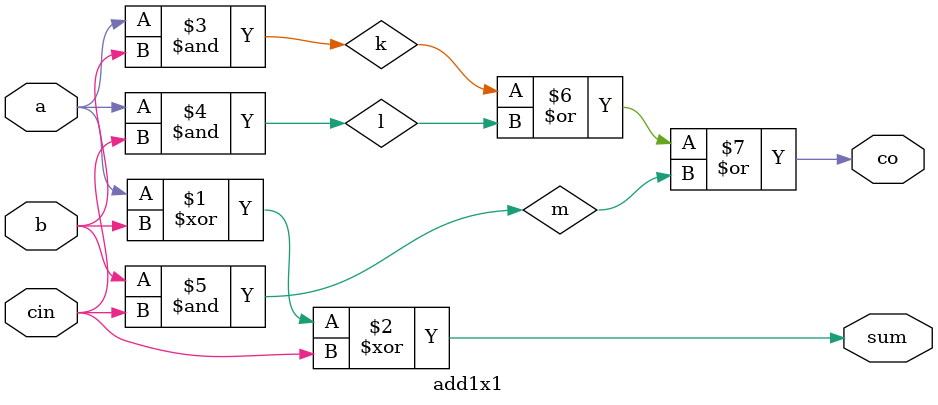
<source format=v>
`timescale 1ns / 1ps

module add1x1(
  input a,
  input b,
  input cin,
  output sum,
  output co);

  xor g1(sum,a,b,cin);
  and g2(k,a,b);
  and g3(l,a,cin);
  and g4(m,b,cin);
  or g5(co,k,l,m);

endmodule
</source>
